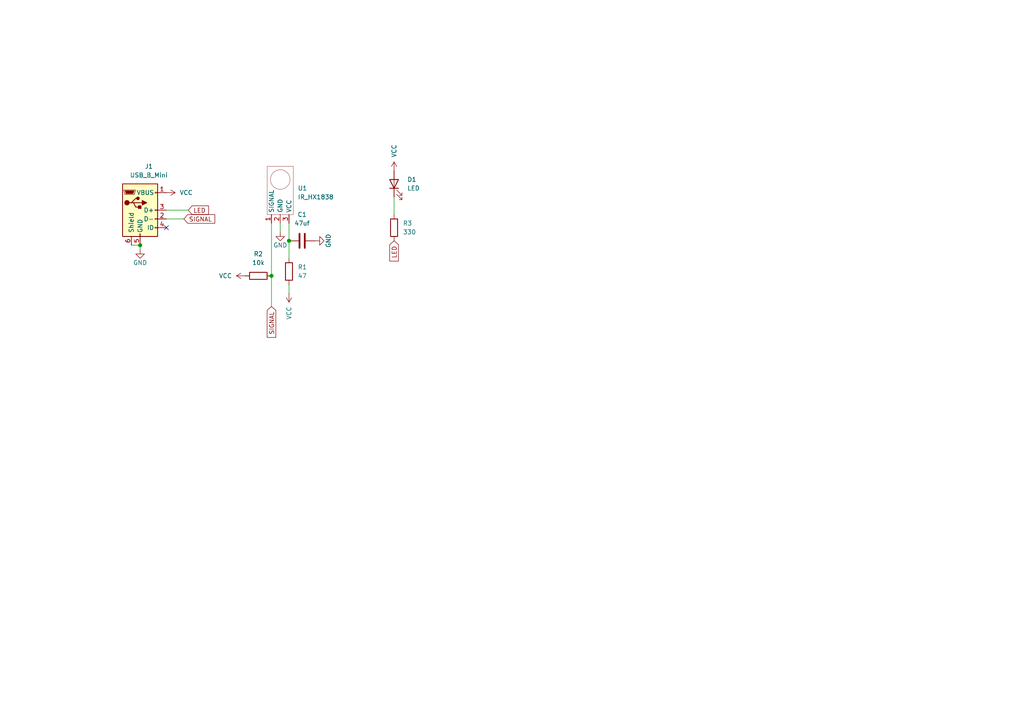
<source format=kicad_sch>
(kicad_sch (version 20201015) (generator eeschema)
  (page 1 1)
  (paper "A4")
  (lib_symbols
    (symbol "Connector:USB_B_Mini" (pin_names (offset 1.016))
      (property "Reference" "J" (at -5.08 11.43 0))
      (property "Value" "USB_B_Mini" (at -5.08 8.89 0))
      (symbol "USB_B_Mini_0_1"
        (circle (center -3.81 2.159) (radius 0.635) (stroke (width 0.254)) (fill (type outline)))
        (circle (center -0.635 3.429) (radius 0.381) (stroke (width 0.254)) (fill (type outline)))
        (rectangle (start -5.08 -7.62) (end 5.08 7.62) (stroke (width 0.254)) (fill (type background)))
        (rectangle (start -0.127 -7.62) (end 0.127 -6.858))
        (rectangle (start 0.254 1.27) (end -0.508 0.508) (stroke (width 0.254)) (fill (type outline)))
        (rectangle (start 5.08 -5.207) (end 4.318 -4.953))
        (rectangle (start 5.08 -2.667) (end 4.318 -2.413))
        (rectangle (start 5.08 -0.127) (end 4.318 0.127))
        (rectangle (start 5.08 4.953) (end 4.318 5.207))
        (polyline (pts (xy -1.905 2.159) (xy 0.635 2.159)) (stroke (width 0.254)))
        (polyline (pts (xy -3.175 2.159) (xy -2.54 2.159) (xy -1.27 3.429) (xy -0.635 3.429)) (stroke (width 0.254)))
        (polyline (pts (xy -2.54 2.159) (xy -1.905 2.159) (xy -1.27 0.889) (xy 0 0.889)) (stroke (width 0.254)))
        (polyline (pts (xy 0.635 2.794) (xy 0.635 1.524) (xy 1.905 2.159) (xy 0.635 2.794)) (stroke (width 0.254)) (fill (type outline)))
        (polyline (pts (xy -4.318 5.588) (xy -1.778 5.588) (xy -2.032 4.826) (xy -4.064 4.826) (xy -4.318 5.588)) (fill (type outline)))
        (polyline (pts (xy -4.699 5.842) (xy -4.699 5.588) (xy -4.445 4.826) (xy -4.445 4.572) (xy -1.651 4.572) (xy -1.651 4.826) (xy -1.397 5.588) (xy -1.397 5.842) (xy -4.699 5.842)))
      )
      (symbol "USB_B_Mini_1_1"
        (pin power_out line (at 7.62 5.08 180) (length 2.54) (name "VBUS") (number "1"))
        (pin passive line (at 7.62 -2.54 180) (length 2.54) (name "D-") (number "2"))
        (pin passive line (at 7.62 0 180) (length 2.54) (name "D+") (number "3"))
        (pin passive line (at 7.62 -5.08 180) (length 2.54) (name "ID") (number "4"))
        (pin power_out line (at 0 -10.16 90) (length 2.54) (name "GND") (number "5"))
        (pin passive line (at -2.54 -10.16 90) (length 2.54) (name "Shield") (number "6"))
      )
    )
    (symbol "Device:C" (pin_numbers hide) (pin_names (offset 0.254))
      (property "Reference" "C" (at 0.635 2.54 0))
      (property "Value" "C" (at 0.635 -2.54 0))
      (symbol "C_0_1"
        (polyline (pts (xy -2.032 -0.762) (xy 2.032 -0.762)) (stroke (width 0.508)))
        (polyline (pts (xy -2.032 0.762) (xy 2.032 0.762)) (stroke (width 0.508)))
      )
      (symbol "C_1_1"
        (pin passive line (at 0 3.81 270) (length 2.794) (name "~") (number "1"))
        (pin passive line (at 0 -3.81 90) (length 2.794) (name "~") (number "2"))
      )
    )
    (symbol "Device:LED" (pin_numbers hide) (pin_names (offset 1.016) hide)
      (property "Reference" "D" (at 0 2.54 0))
      (property "Value" "LED" (at 0 -2.54 0))
      (symbol "LED_0_1"
        (polyline (pts (xy -1.27 -1.27) (xy -1.27 1.27)) (stroke (width 0.254)))
        (polyline (pts (xy -1.27 0) (xy 1.27 0)))
        (polyline (pts (xy 1.27 -1.27) (xy 1.27 1.27) (xy -1.27 0) (xy 1.27 -1.27)) (stroke (width 0.254)))
        (polyline (pts (xy -3.048 -0.762) (xy -4.572 -2.286) (xy -3.81 -2.286) (xy -4.572 -2.286) (xy -4.572 -1.524)))
        (polyline (pts (xy -1.778 -0.762) (xy -3.302 -2.286) (xy -2.54 -2.286) (xy -3.302 -2.286) (xy -3.302 -1.524)))
      )
      (symbol "LED_1_1"
        (pin passive line (at -3.81 0 0) (length 2.54) (name "K") (number "1"))
        (pin passive line (at 3.81 0 180) (length 2.54) (name "A") (number "2"))
      )
    )
    (symbol "Device:R" (pin_numbers hide) (pin_names (offset 0))
      (property "Reference" "R" (at 2.032 0 90))
      (property "Value" "R" (at 0 0 90))
      (symbol "R_0_1"
        (rectangle (start -1.016 -2.54) (end 1.016 2.54) (stroke (width 0.254)))
      )
      (symbol "R_1_1"
        (pin passive line (at 0 3.81 270) (length 1.27) (name "~") (number "1"))
        (pin passive line (at 0 -3.81 90) (length 1.27) (name "~") (number "2"))
      )
    )
    (symbol "Library:IR_HX1838"
      (property "Reference" "U" (at 0 1.27 0))
      (property "Value" "IR_HX1838" (at 0 3.81 0))
      (symbol "IR_HX1838_0_1"
        (circle (center 0 -3.81) (radius 2.8398) (stroke (width 0.0006)))
        (rectangle (start -3.81 0) (end 3.81 -13.97) (stroke (width 0.0006)))
      )
      (symbol "IR_HX1838_1_1"
        (pin input line (at -2.54 -16.51 90) (length 2.54) (name "SIGNAL") (number "1"))
        (pin input line (at 0 -16.51 90) (length 2.54) (name "GND") (number "2"))
        (pin input line (at 2.54 -16.51 90) (length 2.54) (name "VCC") (number "3"))
      )
    )
    (symbol "Power:GND" (power) (pin_names (offset 0))
      (property "Value" "GND" (at 0 -3.81 0))
      (symbol "GND_0_1"
        (polyline (pts (xy 0 0) (xy 0 -1.27) (xy 1.27 -1.27) (xy 0 -2.54) (xy -1.27 -1.27) (xy 0 -1.27)))
      )
      (symbol "GND_1_1"
        (pin power_in line (at 0 0 270) (length 0) hide (name "GND") (number "1"))
      )
    )
    (symbol "Power:VCC" (power) (pin_names (offset 0))
      (property "Value" "VCC" (at 0 3.81 0))
      (symbol "VCC_0_1"
        (polyline (pts (xy -0.762 1.27) (xy 0 2.54)))
        (polyline (pts (xy 0 0) (xy 0 2.54)))
        (polyline (pts (xy 0 2.54) (xy 0.762 1.27)))
      )
      (symbol "VCC_1_1"
        (pin power_in line (at 0 0 90) (length 0) hide (name "VCC") (number "1"))
      )
    )
  )
  (junction (at 40.64 71.12) (diameter 1.016))
  (junction (at 78.74 80.01) (diameter 1.016))
  (junction (at 83.82 69.85) (diameter 1.016))
  (no_connect (at 48.26 66.04))
  (wire (pts (xy 40.64 71.12) (xy 38.1 71.12)))
  (wire (pts (xy 40.64 72.39) (xy 40.64 71.12)))
  (wire (pts (xy 48.26 60.96) (xy 54.61 60.96)))
  (wire (pts (xy 48.26 63.5) (xy 53.34 63.5)))
  (wire (pts (xy 78.74 64.77) (xy 78.74 80.01)))
  (wire (pts (xy 78.74 80.01) (xy 78.74 88.9)))
  (wire (pts (xy 81.28 64.77) (xy 81.28 67.31)))
  (wire (pts (xy 83.82 64.77) (xy 83.82 69.85)))
  (wire (pts (xy 83.82 69.85) (xy 83.82 74.93)))
  (wire (pts (xy 83.82 82.55) (xy 83.82 85.09)))
  (wire (pts (xy 114.3 57.15) (xy 114.3 62.23)))
  (global_label "SIGNAL" (shape input) (at 53.34 63.5 0) (property "Intersheet References" "${INTERSHEET_REFS}" (effects hide)))
  (global_label "LED" (shape input) (at 54.61 60.96 0) (property "Intersheet References" "${INTERSHEET_REFS}" (effects hide)))
  (global_label "SIGNAL" (shape input) (at 78.74 88.9 270) (property "Intersheet References" "${INTERSHEET_REFS}" (effects hide)))
  (global_label "LED" (shape input) (at 114.3 69.85 270) (property "Intersheet References" "${INTERSHEET_REFS}" (effects hide)))
  (symbol (lib_id "Power:VCC") (at 48.26 55.88 270) (unit 1)
    (property "Reference" "#PWR0101" (effects hide))
    (property "Value" "VCC" (at 52.07 55.88 90) (effects (justify left)))
  )
  (symbol (lib_id "Power:VCC") (at 71.12 80.01 90) (unit 1)
    (property "Reference" "#PWR0104" (effects hide))
    (property "Value" "VCC" (at 67.31 80.01 90) (effects (justify left)))
  )
  (symbol (lib_id "Power:VCC") (at 83.82 85.09 180) (unit 1)
    (property "Reference" "#PWR0103" (effects hide))
    (property "Value" "VCC" (at 83.82 88.9 90) (effects (justify left)))
  )
  (symbol (lib_id "Power:VCC") (at 114.3 49.53 0) (unit 1)
    (property "Reference" "#PWR0107" (effects hide))
    (property "Value" "VCC" (at 114.3 45.72 90) (effects (justify left)))
  )
  (symbol (lib_id "Power:GND") (at 40.64 72.39 0) (unit 1)
    (property "Reference" "#PWR0102" (effects hide))
    (property "Value" "GND" (at 40.64 76.2 0))
  )
  (symbol (lib_id "Power:GND") (at 81.28 67.31 0) (unit 1)
    (property "Reference" "#PWR0105" (effects hide))
    (property "Value" "GND" (at 81.28 71.12 0))
  )
  (symbol (lib_id "Power:GND") (at 91.44 69.85 90) (unit 1)
    (property "Reference" "#PWR0106" (effects hide))
    (property "Value" "GND" (at 95.25 69.85 0))
  )
  (symbol (lib_id "Device:R") (at 74.93 80.01 90) (unit 1)
    (property "Reference" "R2" (at 74.93 73.66 90))
    (property "Value" "10k" (at 74.93 76.2 90))
    (property "Footprint" "Resistor_SMD:R_0805_2012Metric_Pad1.15x1.40mm_HandSolder" (effects hide))
  )
  (symbol (lib_id "Device:R") (at 83.82 78.74 0) (unit 1)
    (property "Reference" "R1" (at 86.36 77.47 0) (effects (justify left)))
    (property "Value" "47" (at 86.36 80.01 0) (effects (justify left)))
    (property "Footprint" "Resistor_SMD:R_0805_2012Metric_Pad1.15x1.40mm_HandSolder" (effects hide))
  )
  (symbol (lib_id "Device:R") (at 114.3 66.04 0) (unit 1)
    (property "Reference" "R3" (at 116.84 64.77 0) (effects (justify left)))
    (property "Value" "330" (at 116.84 67.31 0) (effects (justify left)))
    (property "Footprint" "Resistor_SMD:R_0805_2012Metric_Pad1.15x1.40mm_HandSolder" (effects hide))
  )
  (symbol (lib_id "Device:LED") (at 114.3 53.34 90) (unit 1)
    (property "Reference" "D1" (at 118.11 52.07 90) (effects (justify right)))
    (property "Value" "LED" (at 118.11 54.61 90) (effects (justify right)))
    (property "Footprint" "LED_THT:LED_D5.0mm" (effects hide))
  )
  (symbol (lib_id "Device:C") (at 87.63 69.85 90) (unit 1)
    (property "Reference" "C1" (at 87.63 62.23 90))
    (property "Value" "47uf" (at 87.63 64.77 90))
    (property "Footprint" "Capacitor_SMD:C_0805_2012Metric_Pad1.15x1.40mm_HandSolder" (effects hide))
  )
  (symbol (lib_id "Library:IR_HX1838") (at 81.28 48.26 0) (unit 1)
    (property "Reference" "U1" (at 86.36 54.61 0) (effects (justify left)))
    (property "Value" "IR_HX1838" (at 86.36 57.15 0) (effects (justify left)))
    (property "Footprint" "Library:ir_sensor" (effects hide))
  )
  (symbol (lib_id "Connector:USB_B_Mini") (at 40.64 60.96 0) (unit 1)
    (property "Reference" "J1" (at 43.18 48.26 0))
    (property "Value" "USB_B_Mini" (at 43.18 50.8 0))
    (property "Footprint" "Library:U-M-M5DD-W-1" (effects hide))
  )
)
</source>
